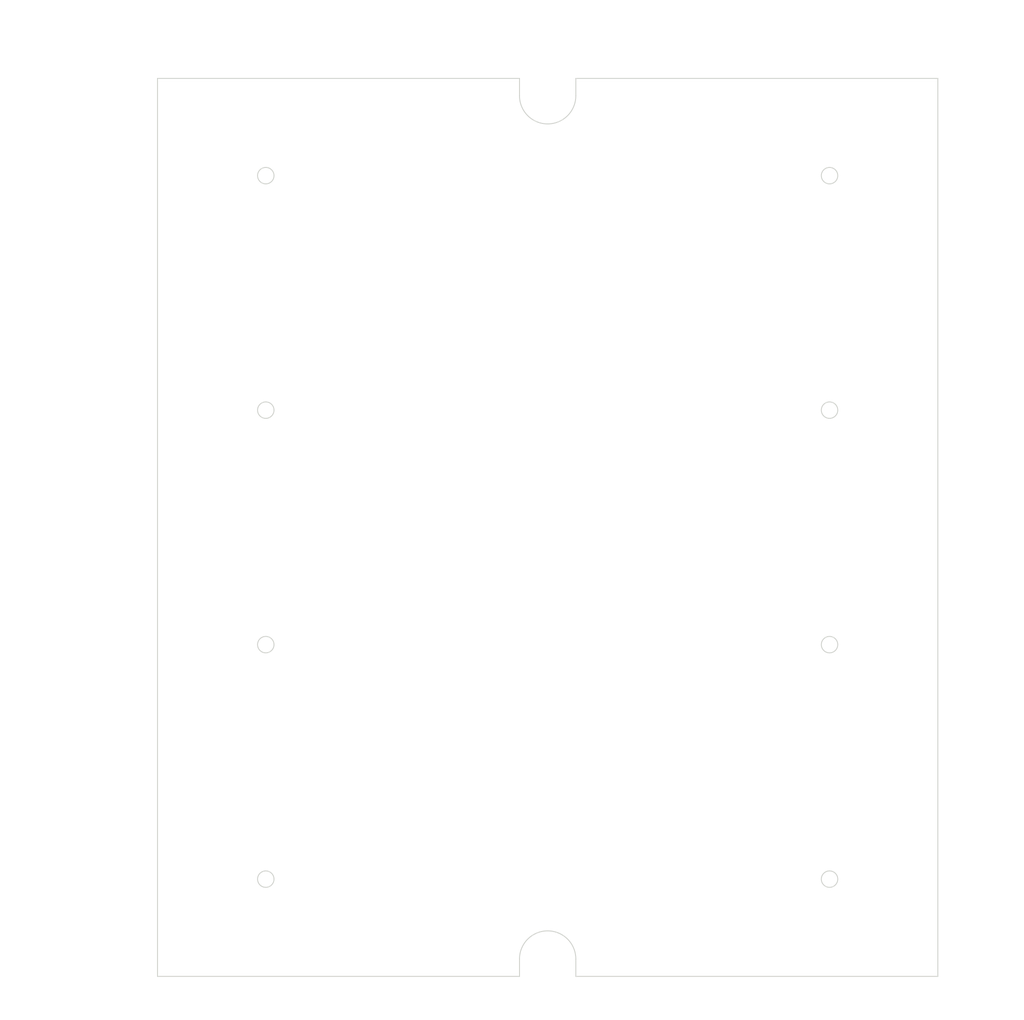
<source format=kicad_pcb>
(kicad_pcb (version 20171130) (host pcbnew "(5.1.0)-1")

  (general
    (thickness 1.6)
    (drawings 79)
    (tracks 0)
    (zones 0)
    (modules 0)
    (nets 1)
  )

  (page A3)
  (layers
    (0 F.Cu signal)
    (31 B.Cu signal)
    (32 B.Adhes user)
    (33 F.Adhes user)
    (34 B.Paste user)
    (35 F.Paste user)
    (36 B.SilkS user)
    (37 F.SilkS user)
    (38 B.Mask user)
    (39 F.Mask user)
    (40 Dwgs.User user)
    (41 Cmts.User user)
    (42 Eco1.User user)
    (43 Eco2.User user)
    (44 Edge.Cuts user)
    (45 Margin user)
    (46 B.CrtYd user)
    (47 F.CrtYd user)
    (48 B.Fab user)
    (49 F.Fab user)
  )

  (setup
    (last_trace_width 0.25)
    (trace_clearance 0.2)
    (zone_clearance 0.508)
    (zone_45_only no)
    (trace_min 0.2)
    (via_size 0.8)
    (via_drill 0.4)
    (via_min_size 0.4)
    (via_min_drill 0.3)
    (uvia_size 0.3)
    (uvia_drill 0.1)
    (uvias_allowed no)
    (uvia_min_size 0.2)
    (uvia_min_drill 0.1)
    (edge_width 0.05)
    (segment_width 0.2)
    (pcb_text_width 0.3)
    (pcb_text_size 1.5 1.5)
    (mod_edge_width 0.12)
    (mod_text_size 1 1)
    (mod_text_width 0.15)
    (pad_size 1.524 1.524)
    (pad_drill 0.762)
    (pad_to_mask_clearance 0.051)
    (solder_mask_min_width 0.25)
    (aux_axis_origin 0 0)
    (visible_elements FFFFFF7F)
    (pcbplotparams
      (layerselection 0x010fc_ffffffff)
      (usegerberextensions false)
      (usegerberattributes false)
      (usegerberadvancedattributes false)
      (creategerberjobfile false)
      (excludeedgelayer true)
      (linewidth 0.152400)
      (plotframeref false)
      (viasonmask false)
      (mode 1)
      (useauxorigin false)
      (hpglpennumber 1)
      (hpglpenspeed 20)
      (hpglpendiameter 15.000000)
      (psnegative false)
      (psa4output false)
      (plotreference true)
      (plotvalue true)
      (plotinvisibletext false)
      (padsonsilk false)
      (subtractmaskfromsilk false)
      (outputformat 1)
      (mirror false)
      (drillshape 1)
      (scaleselection 1)
      (outputdirectory ""))
  )

  (net 0 "")

  (net_class Default "This is the default net class."
    (clearance 0.2)
    (trace_width 0.25)
    (via_dia 0.8)
    (via_drill 0.4)
    (uvia_dia 0.3)
    (uvia_drill 0.1)
  )

  (gr_line (start 115.2848 241.000632) (end 115.2848 49.522025) (layer Edge.Cuts) (width 0.2))
  (gr_line (start 192.4348 241.000632) (end 115.2848 241.000632) (layer Edge.Cuts) (width 0.2))
  (gr_line (start 192.4348 237.291625) (end 192.4348 241.000632) (layer Edge.Cuts) (width 0.2))
  (gr_arc (start 198.4348 237.291625) (end 204.4348 237.291625) (angle -180) (layer Edge.Cuts) (width 0.2))
  (gr_line (start 204.4348 241.000632) (end 204.4348 237.291625) (layer Edge.Cuts) (width 0.2))
  (gr_line (start 281.5848 241.000632) (end 204.4348 241.000632) (layer Edge.Cuts) (width 0.2))
  (gr_line (start 281.5848 49.522025) (end 281.5848 241.000632) (layer Edge.Cuts) (width 0.2))
  (gr_line (start 204.4348 49.522025) (end 281.5848 49.522025) (layer Edge.Cuts) (width 0.2))
  (gr_line (start 204.4348 53.231032) (end 204.4348 49.522025) (layer Edge.Cuts) (width 0.2))
  (gr_arc (start 198.4348 53.231032) (end 192.4348 53.231032) (angle -180) (layer Edge.Cuts) (width 0.2))
  (gr_line (start 192.4348 49.522025) (end 192.4348 53.231032) (layer Edge.Cuts) (width 0.2))
  (gr_line (start 115.2848 49.522025) (end 192.4348 49.522025) (layer Edge.Cuts) (width 0.2))
  (gr_circle (center 138.3598 70.261328) (end 140.1124 70.261328) (layer Edge.Cuts) (width 0.2))
  (gr_circle (center 138.3598 120.261328) (end 140.1124 120.261328) (layer Edge.Cuts) (width 0.2))
  (gr_circle (center 138.3598 170.261328) (end 140.1124 170.261328) (layer Edge.Cuts) (width 0.2))
  (gr_circle (center 138.3598 220.261328) (end 140.1124 220.261328) (layer Edge.Cuts) (width 0.2))
  (gr_circle (center 258.5098 220.261328) (end 260.2624 220.261328) (layer Edge.Cuts) (width 0.2))
  (gr_circle (center 258.5098 170.261328) (end 260.2624 170.261328) (layer Edge.Cuts) (width 0.2))
  (gr_circle (center 258.5098 120.261328) (end 260.2624 120.261328) (layer Edge.Cuts) (width 0.2))
  (gr_circle (center 258.5098 70.261328) (end 260.2624 70.261328) (layer Edge.Cuts) (width 0.2))
  (gr_line (start 258.5098 70.351328) (end 258.5098 70.171328) (layer Dwgs.User) (width 0.2))
  (gr_line (start 258.4198 70.261328) (end 258.5998 70.261328) (layer Dwgs.User) (width 0.2))
  (gr_text " ∅3.51\n[∅0.14]" (at 295.163361 89.967095) (layer Dwgs.User)
    (effects (font (size 1.7 1.53) (thickness 0.2125)))
  )
  (gr_line (start 288.626492 89.967095) (end 261.649939 72.315965) (layer Dwgs.User) (width 0.2))
  (gr_line (start 290.626492 89.967095) (end 288.626492 89.967095) (layer Dwgs.User) (width 0.2))
  (gr_text [4.73] (at 198.4348 248.905036) (layer Dwgs.User)
    (effects (font (size 1.7 1.53) (thickness 0.2125)))
  )
  (gr_text " 120.15" (at 198.4348 245.347601) (layer Dwgs.User)
    (effects (font (size 1.7 1.53) (thickness 0.2125)))
  )
  (gr_line (start 256.5098 247.015575) (end 203.14909 247.015575) (layer Dwgs.User) (width 0.2))
  (gr_line (start 140.3598 247.015575) (end 193.720509 247.015575) (layer Dwgs.User) (width 0.2))
  (gr_line (start 258.5098 221.261328) (end 258.5098 250.190575) (layer Dwgs.User) (width 0.2))
  (gr_line (start 138.3598 221.261328) (end 138.3598 250.190575) (layer Dwgs.User) (width 0.2))
  (gr_text [.91] (at 126.8223 248.905036) (layer Dwgs.User)
    (effects (font (size 1.7 1.53) (thickness 0.2125)))
  )
  (gr_text " 23.07" (at 126.8223 245.347021) (layer Dwgs.User)
    (effects (font (size 1.7 1.53) (thickness 0.2125)))
  )
  (gr_line (start 117.2848 247.015575) (end 122.774789 247.015575) (layer Dwgs.User) (width 0.2))
  (gr_line (start 136.3598 247.015575) (end 130.86981 247.015575) (layer Dwgs.User) (width 0.2))
  (gr_line (start 115.2848 242.000632) (end 115.2848 250.190575) (layer Dwgs.User) (width 0.2))
  (gr_line (start 138.3598 221.261328) (end 138.3598 250.190575) (layer Dwgs.User) (width 0.2))
  (gr_text [1.97] (at 105.558769 97.15079) (layer Dwgs.User)
    (effects (font (size 1.7 1.53) (thickness 0.2125)))
  )
  (gr_text " 50.00" (at 105.558769 93.593354) (layer Dwgs.User)
    (effects (font (size 1.7 1.53) (thickness 0.2125)))
  )
  (gr_line (start 105.558769 72.261328) (end 105.558769 91.703893) (layer Dwgs.User) (width 0.2))
  (gr_line (start 105.558769 118.261328) (end 105.558769 98.818764) (layer Dwgs.User) (width 0.2))
  (gr_line (start 137.3598 70.261328) (end 102.383769 70.261328) (layer Dwgs.User) (width 0.2))
  (gr_line (start 137.3598 120.261328) (end 102.383769 120.261328) (layer Dwgs.User) (width 0.2))
  (gr_text [.82] (at 105.2848 61.781138) (layer Dwgs.User)
    (effects (font (size 1.7 1.53) (thickness 0.2125)))
  )
  (gr_text " 20.74" (at 105.2848 58.223703) (layer Dwgs.User)
    (effects (font (size 1.7 1.53) (thickness 0.2125)))
  )
  (gr_line (start 105.2848 68.261328) (end 105.2848 63.449112) (layer Dwgs.User) (width 0.2))
  (gr_line (start 105.2848 51.522025) (end 105.2848 56.334242) (layer Dwgs.User) (width 0.2))
  (gr_line (start 137.3598 70.261328) (end 102.1098 70.261328) (layer Dwgs.User) (width 0.2))
  (gr_line (start 114.2848 49.522025) (end 102.1098 49.522025) (layer Dwgs.User) (width 0.2))
  (gr_text [.38] (at 222.773916 45.439154) (layer Dwgs.User)
    (effects (font (size 1.7 1.53) (thickness 0.2125)))
  )
  (gr_text " 9.71" (at 222.773916 41.881719) (layer Dwgs.User)
    (effects (font (size 1.7 1.53) (thickness 0.2125)))
  )
  (gr_line (start 217.550894 43.549693) (end 219.550894 43.549693) (layer Dwgs.User) (width 0.2))
  (gr_line (start 217.550894 49.522025) (end 217.550894 43.549693) (layer Dwgs.User) (width 0.2))
  (gr_line (start 217.550894 57.231032) (end 217.550894 51.522025) (layer Dwgs.User) (width 0.2))
  (gr_line (start 199.4348 59.231032) (end 220.725894 59.231032) (layer Dwgs.User) (width 0.2))
  (gr_text [.47] (at 210.479411 46.906874) (layer Dwgs.User)
    (effects (font (size 1.7 1.53) (thickness 0.2125)))
  )
  (gr_text " 12.00" (at 210.479411 43.352918) (layer Dwgs.User)
    (effects (font (size 1.7 1.53) (thickness 0.2125)))
  )
  (gr_line (start 204.4348 45.020892) (end 206.4348 45.020892) (layer Dwgs.User) (width 0.2))
  (gr_line (start 194.4348 45.020892) (end 202.4348 45.020892) (layer Dwgs.User) (width 0.2))
  (gr_line (start 204.4348 48.522025) (end 204.4348 41.845892) (layer Dwgs.User) (width 0.2))
  (gr_line (start 192.4348 48.522025) (end 192.4348 41.845892) (layer Dwgs.User) (width 0.2))
  (gr_text [3.04] (at 153.8598 46.910353) (layer Dwgs.User)
    (effects (font (size 1.7 1.53) (thickness 0.2125)))
  )
  (gr_text " 77.15" (at 153.8598 43.352918) (layer Dwgs.User)
    (effects (font (size 1.7 1.53) (thickness 0.2125)))
  )
  (gr_line (start 190.4348 45.020892) (end 157.913688 45.020892) (layer Dwgs.User) (width 0.2))
  (gr_line (start 117.2848 45.020892) (end 149.805911 45.020892) (layer Dwgs.User) (width 0.2))
  (gr_line (start 192.4348 48.522025) (end 192.4348 41.845892) (layer Dwgs.User) (width 0.2))
  (gr_line (start 115.2848 48.522025) (end 115.2848 41.845892) (layer Dwgs.User) (width 0.2))
  (gr_text [6.55] (at 198.4348 37.972261) (layer Dwgs.User)
    (effects (font (size 1.7 1.53) (thickness 0.2125)))
  )
  (gr_text " 166.30" (at 198.4348 34.414245) (layer Dwgs.User)
    (effects (font (size 1.7 1.53) (thickness 0.2125)))
  )
  (gr_line (start 279.5848 36.082799) (end 203.139813 36.082799) (layer Dwgs.User) (width 0.2))
  (gr_line (start 117.2848 36.082799) (end 193.729786 36.082799) (layer Dwgs.User) (width 0.2))
  (gr_line (start 281.5848 48.522025) (end 281.5848 32.907799) (layer Dwgs.User) (width 0.2))
  (gr_line (start 115.2848 48.522025) (end 115.2848 32.907799) (layer Dwgs.User) (width 0.2))
  (gr_text [7.54] (at 86.471579 147.147311) (layer Dwgs.User)
    (effects (font (size 1.7 1.53) (thickness 0.2125)))
  )
  (gr_text " 191.48" (at 86.471579 143.593354) (layer Dwgs.User)
    (effects (font (size 1.7 1.53) (thickness 0.2125)))
  )
  (gr_line (start 86.471579 51.522025) (end 86.471579 141.707372) (layer Dwgs.User) (width 0.2))
  (gr_line (start 86.471579 239.000632) (end 86.471579 148.815285) (layer Dwgs.User) (width 0.2))
  (gr_line (start 114.2848 49.522025) (end 83.296579 49.522025) (layer Dwgs.User) (width 0.2))
  (gr_line (start 114.2848 241.000632) (end 83.296579 241.000632) (layer Dwgs.User) (width 0.2))

)

</source>
